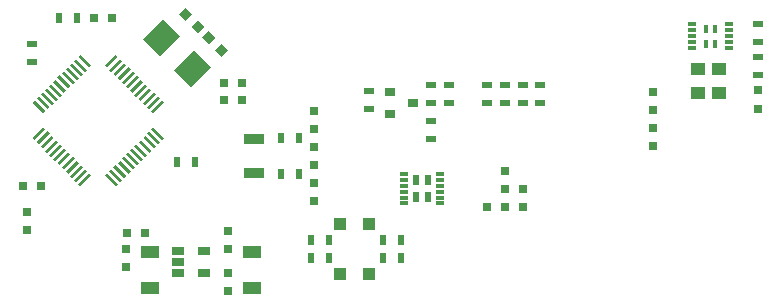
<source format=gtp>
G04 #@! TF.FileFunction,Paste,Top*
%FSLAX46Y46*%
G04 Gerber Fmt 4.6, Leading zero omitted, Abs format (unit mm)*
G04 Created by KiCad (PCBNEW 4.0.6-e0-6349~53~ubuntu16.04.1) date Sun Jul  9 20:30:41 2017*
%MOMM*%
%LPD*%
G01*
G04 APERTURE LIST*
%ADD10C,0.100000*%
%ADD11R,1.000000X1.000000*%
%ADD12R,0.900000X0.800000*%
%ADD13R,0.650000X0.300000*%
%ADD14R,0.465000X0.744000*%
%ADD15R,1.060000X0.650000*%
%ADD16R,0.630000X0.858000*%
%ADD17R,1.250000X1.000000*%
%ADD18R,0.750000X0.800000*%
%ADD19R,0.800000X0.750000*%
%ADD20R,1.600000X1.000000*%
%ADD21R,0.800000X0.800000*%
%ADD22R,0.900000X0.500000*%
%ADD23R,0.500000X0.900000*%
%ADD24R,1.700000X0.900000*%
G04 APERTURE END LIST*
D10*
D11*
X138250000Y-100750000D03*
X135750000Y-100750000D03*
D12*
X140000000Y-89550000D03*
X140000000Y-91450000D03*
X142000000Y-90500000D03*
D13*
X165582000Y-83836000D03*
X165582000Y-84336000D03*
X165582000Y-84836000D03*
X165582000Y-85336000D03*
X165582000Y-85836000D03*
X168682000Y-85836000D03*
X168682000Y-85336000D03*
X168682000Y-84836000D03*
X168682000Y-84336000D03*
X168682000Y-83836000D03*
D14*
X167519500Y-85456000D03*
X167519500Y-84216000D03*
X166744500Y-85456000D03*
X166744500Y-84216000D03*
D15*
X122083000Y-102994000D03*
X122083000Y-103944000D03*
X122083000Y-104894000D03*
X124283000Y-104894000D03*
X124283000Y-102994000D03*
D10*
G36*
X120707689Y-90268621D02*
X120884466Y-90445398D01*
X119965227Y-91364637D01*
X119788450Y-91187860D01*
X120707689Y-90268621D01*
X120707689Y-90268621D01*
G37*
G36*
X120354136Y-89915068D02*
X120530913Y-90091845D01*
X119611674Y-91011084D01*
X119434897Y-90834307D01*
X120354136Y-89915068D01*
X120354136Y-89915068D01*
G37*
G36*
X120000582Y-89561514D02*
X120177359Y-89738291D01*
X119258120Y-90657530D01*
X119081343Y-90480753D01*
X120000582Y-89561514D01*
X120000582Y-89561514D01*
G37*
G36*
X119647029Y-89207961D02*
X119823806Y-89384738D01*
X118904567Y-90303977D01*
X118727790Y-90127200D01*
X119647029Y-89207961D01*
X119647029Y-89207961D01*
G37*
G36*
X119293476Y-88854408D02*
X119470253Y-89031185D01*
X118551014Y-89950424D01*
X118374237Y-89773647D01*
X119293476Y-88854408D01*
X119293476Y-88854408D01*
G37*
G36*
X118939922Y-88500854D02*
X119116699Y-88677631D01*
X118197460Y-89596870D01*
X118020683Y-89420093D01*
X118939922Y-88500854D01*
X118939922Y-88500854D01*
G37*
G36*
X118586369Y-88147301D02*
X118763146Y-88324078D01*
X117843907Y-89243317D01*
X117667130Y-89066540D01*
X118586369Y-88147301D01*
X118586369Y-88147301D01*
G37*
G36*
X118232815Y-87793747D02*
X118409592Y-87970524D01*
X117490353Y-88889763D01*
X117313576Y-88712986D01*
X118232815Y-87793747D01*
X118232815Y-87793747D01*
G37*
G36*
X117879262Y-87440194D02*
X118056039Y-87616971D01*
X117136800Y-88536210D01*
X116960023Y-88359433D01*
X117879262Y-87440194D01*
X117879262Y-87440194D01*
G37*
G36*
X117525709Y-87086641D02*
X117702486Y-87263418D01*
X116783247Y-88182657D01*
X116606470Y-88005880D01*
X117525709Y-87086641D01*
X117525709Y-87086641D01*
G37*
G36*
X117172155Y-86733087D02*
X117348932Y-86909864D01*
X116429693Y-87829103D01*
X116252916Y-87652326D01*
X117172155Y-86733087D01*
X117172155Y-86733087D01*
G37*
G36*
X116818602Y-86379534D02*
X116995379Y-86556311D01*
X116076140Y-87475550D01*
X115899363Y-87298773D01*
X116818602Y-86379534D01*
X116818602Y-86379534D01*
G37*
G36*
X113636621Y-86556311D02*
X113813398Y-86379534D01*
X114732637Y-87298773D01*
X114555860Y-87475550D01*
X113636621Y-86556311D01*
X113636621Y-86556311D01*
G37*
G36*
X113283068Y-86909864D02*
X113459845Y-86733087D01*
X114379084Y-87652326D01*
X114202307Y-87829103D01*
X113283068Y-86909864D01*
X113283068Y-86909864D01*
G37*
G36*
X112929514Y-87263418D02*
X113106291Y-87086641D01*
X114025530Y-88005880D01*
X113848753Y-88182657D01*
X112929514Y-87263418D01*
X112929514Y-87263418D01*
G37*
G36*
X112575961Y-87616971D02*
X112752738Y-87440194D01*
X113671977Y-88359433D01*
X113495200Y-88536210D01*
X112575961Y-87616971D01*
X112575961Y-87616971D01*
G37*
G36*
X112222408Y-87970524D02*
X112399185Y-87793747D01*
X113318424Y-88712986D01*
X113141647Y-88889763D01*
X112222408Y-87970524D01*
X112222408Y-87970524D01*
G37*
G36*
X111868854Y-88324078D02*
X112045631Y-88147301D01*
X112964870Y-89066540D01*
X112788093Y-89243317D01*
X111868854Y-88324078D01*
X111868854Y-88324078D01*
G37*
G36*
X111515301Y-88677631D02*
X111692078Y-88500854D01*
X112611317Y-89420093D01*
X112434540Y-89596870D01*
X111515301Y-88677631D01*
X111515301Y-88677631D01*
G37*
G36*
X111161747Y-89031185D02*
X111338524Y-88854408D01*
X112257763Y-89773647D01*
X112080986Y-89950424D01*
X111161747Y-89031185D01*
X111161747Y-89031185D01*
G37*
G36*
X110808194Y-89384738D02*
X110984971Y-89207961D01*
X111904210Y-90127200D01*
X111727433Y-90303977D01*
X110808194Y-89384738D01*
X110808194Y-89384738D01*
G37*
G36*
X110454641Y-89738291D02*
X110631418Y-89561514D01*
X111550657Y-90480753D01*
X111373880Y-90657530D01*
X110454641Y-89738291D01*
X110454641Y-89738291D01*
G37*
G36*
X110101087Y-90091845D02*
X110277864Y-89915068D01*
X111197103Y-90834307D01*
X111020326Y-91011084D01*
X110101087Y-90091845D01*
X110101087Y-90091845D01*
G37*
G36*
X109747534Y-90445398D02*
X109924311Y-90268621D01*
X110843550Y-91187860D01*
X110666773Y-91364637D01*
X109747534Y-90445398D01*
X109747534Y-90445398D01*
G37*
G36*
X110666773Y-92531363D02*
X110843550Y-92708140D01*
X109924311Y-93627379D01*
X109747534Y-93450602D01*
X110666773Y-92531363D01*
X110666773Y-92531363D01*
G37*
G36*
X111020326Y-92884916D02*
X111197103Y-93061693D01*
X110277864Y-93980932D01*
X110101087Y-93804155D01*
X111020326Y-92884916D01*
X111020326Y-92884916D01*
G37*
G36*
X111373880Y-93238470D02*
X111550657Y-93415247D01*
X110631418Y-94334486D01*
X110454641Y-94157709D01*
X111373880Y-93238470D01*
X111373880Y-93238470D01*
G37*
G36*
X111727433Y-93592023D02*
X111904210Y-93768800D01*
X110984971Y-94688039D01*
X110808194Y-94511262D01*
X111727433Y-93592023D01*
X111727433Y-93592023D01*
G37*
G36*
X112080986Y-93945576D02*
X112257763Y-94122353D01*
X111338524Y-95041592D01*
X111161747Y-94864815D01*
X112080986Y-93945576D01*
X112080986Y-93945576D01*
G37*
G36*
X112434540Y-94299130D02*
X112611317Y-94475907D01*
X111692078Y-95395146D01*
X111515301Y-95218369D01*
X112434540Y-94299130D01*
X112434540Y-94299130D01*
G37*
G36*
X112788093Y-94652683D02*
X112964870Y-94829460D01*
X112045631Y-95748699D01*
X111868854Y-95571922D01*
X112788093Y-94652683D01*
X112788093Y-94652683D01*
G37*
G36*
X113141647Y-95006237D02*
X113318424Y-95183014D01*
X112399185Y-96102253D01*
X112222408Y-95925476D01*
X113141647Y-95006237D01*
X113141647Y-95006237D01*
G37*
G36*
X113495200Y-95359790D02*
X113671977Y-95536567D01*
X112752738Y-96455806D01*
X112575961Y-96279029D01*
X113495200Y-95359790D01*
X113495200Y-95359790D01*
G37*
G36*
X113848753Y-95713343D02*
X114025530Y-95890120D01*
X113106291Y-96809359D01*
X112929514Y-96632582D01*
X113848753Y-95713343D01*
X113848753Y-95713343D01*
G37*
G36*
X114202307Y-96066897D02*
X114379084Y-96243674D01*
X113459845Y-97162913D01*
X113283068Y-96986136D01*
X114202307Y-96066897D01*
X114202307Y-96066897D01*
G37*
G36*
X114555860Y-96420450D02*
X114732637Y-96597227D01*
X113813398Y-97516466D01*
X113636621Y-97339689D01*
X114555860Y-96420450D01*
X114555860Y-96420450D01*
G37*
G36*
X115899363Y-96597227D02*
X116076140Y-96420450D01*
X116995379Y-97339689D01*
X116818602Y-97516466D01*
X115899363Y-96597227D01*
X115899363Y-96597227D01*
G37*
G36*
X116252916Y-96243674D02*
X116429693Y-96066897D01*
X117348932Y-96986136D01*
X117172155Y-97162913D01*
X116252916Y-96243674D01*
X116252916Y-96243674D01*
G37*
G36*
X116606470Y-95890120D02*
X116783247Y-95713343D01*
X117702486Y-96632582D01*
X117525709Y-96809359D01*
X116606470Y-95890120D01*
X116606470Y-95890120D01*
G37*
G36*
X116960023Y-95536567D02*
X117136800Y-95359790D01*
X118056039Y-96279029D01*
X117879262Y-96455806D01*
X116960023Y-95536567D01*
X116960023Y-95536567D01*
G37*
G36*
X117313576Y-95183014D02*
X117490353Y-95006237D01*
X118409592Y-95925476D01*
X118232815Y-96102253D01*
X117313576Y-95183014D01*
X117313576Y-95183014D01*
G37*
G36*
X117667130Y-94829460D02*
X117843907Y-94652683D01*
X118763146Y-95571922D01*
X118586369Y-95748699D01*
X117667130Y-94829460D01*
X117667130Y-94829460D01*
G37*
G36*
X118020683Y-94475907D02*
X118197460Y-94299130D01*
X119116699Y-95218369D01*
X118939922Y-95395146D01*
X118020683Y-94475907D01*
X118020683Y-94475907D01*
G37*
G36*
X118374237Y-94122353D02*
X118551014Y-93945576D01*
X119470253Y-94864815D01*
X119293476Y-95041592D01*
X118374237Y-94122353D01*
X118374237Y-94122353D01*
G37*
G36*
X118727790Y-93768800D02*
X118904567Y-93592023D01*
X119823806Y-94511262D01*
X119647029Y-94688039D01*
X118727790Y-93768800D01*
X118727790Y-93768800D01*
G37*
G36*
X119081343Y-93415247D02*
X119258120Y-93238470D01*
X120177359Y-94157709D01*
X120000582Y-94334486D01*
X119081343Y-93415247D01*
X119081343Y-93415247D01*
G37*
G36*
X119434897Y-93061693D02*
X119611674Y-92884916D01*
X120530913Y-93804155D01*
X120354136Y-93980932D01*
X119434897Y-93061693D01*
X119434897Y-93061693D01*
G37*
G36*
X119788450Y-92708140D02*
X119965227Y-92531363D01*
X120884466Y-93450602D01*
X120707689Y-93627379D01*
X119788450Y-92708140D01*
X119788450Y-92708140D01*
G37*
D13*
X141192500Y-96493000D03*
X141192500Y-96993000D03*
X141192500Y-97493000D03*
X141192500Y-97993000D03*
X141192500Y-98493000D03*
X144292500Y-98493000D03*
X144292500Y-97993000D03*
X144292500Y-97493000D03*
X144292500Y-96993000D03*
X144292500Y-96493000D03*
D16*
X143245000Y-98458000D03*
X143263000Y-97028000D03*
X142242500Y-98458000D03*
X142240000Y-97028000D03*
D13*
X141192500Y-98993000D03*
X144292500Y-98993000D03*
D17*
X167894000Y-89646000D03*
X167894000Y-87646000D03*
X166116000Y-89646000D03*
X166116000Y-87646000D03*
D18*
X127500000Y-88750000D03*
X127500000Y-90250000D03*
X126000000Y-90250000D03*
X126000000Y-88750000D03*
X162314000Y-89548000D03*
X162314000Y-91048000D03*
X162314000Y-92596000D03*
X162314000Y-94096000D03*
X133604000Y-95746000D03*
X133604000Y-94246000D03*
X133604000Y-92698000D03*
X133604000Y-91198000D03*
X133604000Y-97294000D03*
X133604000Y-98794000D03*
D19*
X148250000Y-99250000D03*
X149750000Y-99250000D03*
D18*
X151250000Y-97750000D03*
X151250000Y-99250000D03*
X149750000Y-97750000D03*
X149750000Y-96250000D03*
D20*
X119670000Y-103140000D03*
X119670000Y-106140000D03*
D10*
G36*
X126298008Y-86017678D02*
X125767678Y-86548008D01*
X125201992Y-85982322D01*
X125732322Y-85451992D01*
X126298008Y-86017678D01*
X126298008Y-86017678D01*
G37*
G36*
X125237348Y-84957018D02*
X124707018Y-85487348D01*
X124141332Y-84921662D01*
X124671662Y-84391332D01*
X125237348Y-84957018D01*
X125237348Y-84957018D01*
G37*
D18*
X117638000Y-102874000D03*
X117638000Y-104374000D03*
D10*
G36*
X122171662Y-82951992D02*
X122701992Y-82421662D01*
X123267678Y-82987348D01*
X122737348Y-83517678D01*
X122171662Y-82951992D01*
X122171662Y-82951992D01*
G37*
G36*
X123232322Y-84012652D02*
X123762652Y-83482322D01*
X124328338Y-84048008D01*
X123798008Y-84578338D01*
X123232322Y-84012652D01*
X123232322Y-84012652D01*
G37*
D19*
X117750000Y-101500000D03*
X119250000Y-101500000D03*
D18*
X126274000Y-104906000D03*
X126274000Y-106406000D03*
D20*
X128306000Y-103140000D03*
X128306000Y-106140000D03*
D18*
X126274000Y-102850000D03*
X126274000Y-101350000D03*
D19*
X115000000Y-83250000D03*
X116500000Y-83250000D03*
X110478000Y-97536000D03*
X108978000Y-97536000D03*
D18*
X109250000Y-99750000D03*
X109250000Y-101250000D03*
D21*
X171196000Y-91008000D03*
X171196000Y-89408000D03*
D22*
X171196000Y-88126000D03*
X171196000Y-86626000D03*
X171196000Y-83820000D03*
X171196000Y-85320000D03*
X143500000Y-93500000D03*
X143500000Y-92000000D03*
X138250000Y-91000000D03*
X138250000Y-89500000D03*
D23*
X133362000Y-102108000D03*
X134862000Y-102108000D03*
X133362000Y-103632000D03*
X134862000Y-103632000D03*
D22*
X143500000Y-89000000D03*
X143500000Y-90500000D03*
D23*
X139458000Y-102108000D03*
X140958000Y-102108000D03*
X139458000Y-103632000D03*
X140958000Y-103632000D03*
D22*
X149750000Y-89000000D03*
X149750000Y-90500000D03*
D23*
X132322000Y-93472000D03*
X130822000Y-93472000D03*
D24*
X128524000Y-93546000D03*
X128524000Y-96446000D03*
D22*
X151250000Y-89000000D03*
X151250000Y-90500000D03*
X145000000Y-89000000D03*
X145000000Y-90500000D03*
D23*
X132322000Y-96520000D03*
X130822000Y-96520000D03*
D22*
X152750000Y-90500000D03*
X152750000Y-89000000D03*
X148250000Y-90500000D03*
X148250000Y-89000000D03*
D23*
X123500000Y-95500000D03*
X122000000Y-95500000D03*
D22*
X109750000Y-85500000D03*
X109750000Y-87000000D03*
D23*
X112000000Y-83250000D03*
X113500000Y-83250000D03*
D10*
G36*
X124863783Y-87416727D02*
X123166727Y-89113783D01*
X121752513Y-87699569D01*
X123449569Y-86002513D01*
X124863783Y-87416727D01*
X124863783Y-87416727D01*
G37*
G36*
X122247487Y-84800431D02*
X120550431Y-86497487D01*
X119136217Y-85083273D01*
X120833273Y-83386217D01*
X122247487Y-84800431D01*
X122247487Y-84800431D01*
G37*
D11*
X138250000Y-105000000D03*
X135750000Y-105000000D03*
M02*

</source>
